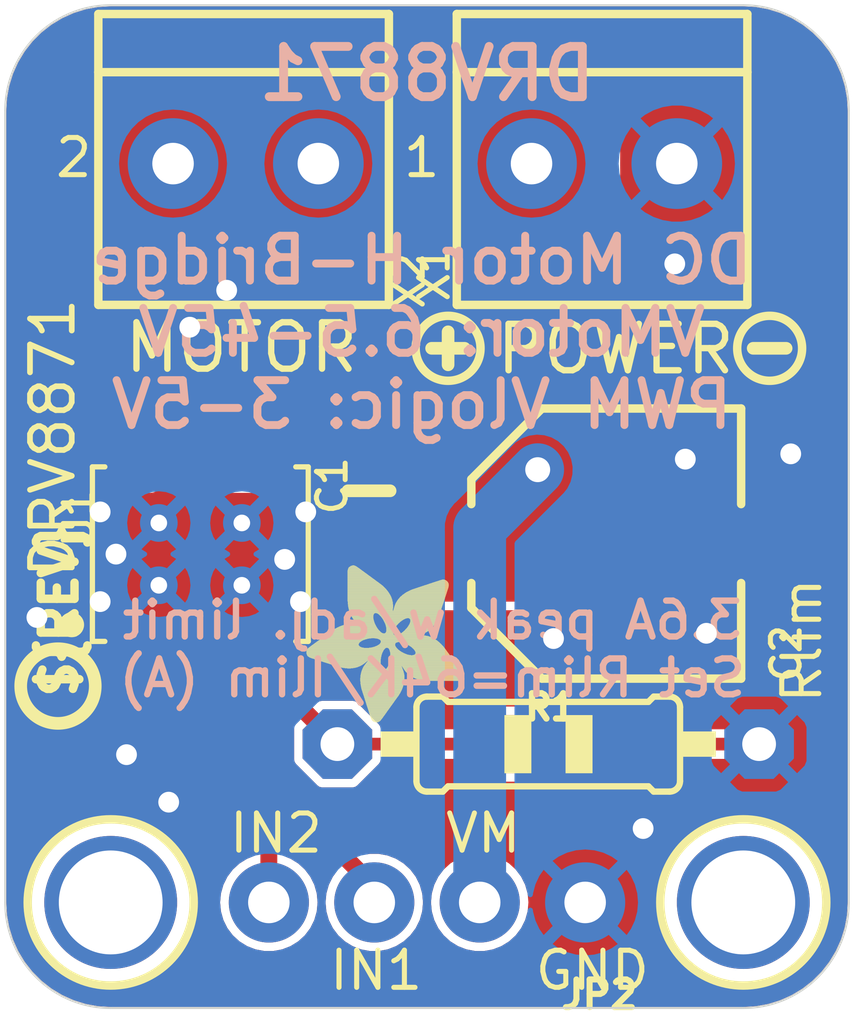
<source format=kicad_pcb>
(kicad_pcb (version 20221018) (generator pcbnew)
  (layers (0 "F.Cu" signal) (31 "B.Cu" signal) (34 "B.Paste" user) (35 "F.Paste" user) (36 "B.SilkS" user "B.Silkscreen") (37 "F.SilkS" user "F.Silkscreen") (38 "B.Mask" user) (39 "F.Mask" user) (44 "Edge.Cuts" user))
  (net 0 "")
  (net 1 "GND")
  (net 2 "N$1")
  (net 3 "OUT2")
  (net 4 "OUT1")
  (net 5 "IN2")
  (net 6 "IN1")
  (net 7 "VMOTOR")
  (footprint "working:MOUNTINGHOLE_2.5_PLATED" (layer "F.Cu") (at 156.1211 114.5286 90)
    (fp_text reference "U$10" hide)
    (fp_text value "MOUNTINGHOLE2.5" hide)
    (pad "P$1" thru_hole circle (at 0 0 90) (size 3.2 3.2) (drill 2.5) (layers "*.Cu" "*.Mask"))
    (zone (net 0) (net_name "") (layer "F.Cu") (connect_pads (clearance 0)) (min_thickness 0.25)
      (keepout (tracks not_allowed) (vias not_allowed) (pads not_allowed) (copperpour not_allowed) (footprints allowed))
      (fill (thermal_gap 0.5) (thermal_bridge_width 0.5))
      (polygon (pts (xy 156.1211 112.5126) (xy 155.840527 112.53222) (xy 155.565415 112.590696) (xy 155.301119 112.686892) (xy 155.052783 112.818935) (xy 154.82524 112.984254) (xy 154.62292 113.179633) (xy 154.44976 113.401267) (xy 154.309131 113.644844) (xy 154.20377 113.905622) (xy 154.135728 114.178525) (xy 154.106328 114.458243) (xy 154.116144 114.739329) (xy 154.164984 115.016315) (xy 154.251897 115.283807) (xy 154.375193 115.5366) (xy 154.53247 115.769774) (xy 154.720669 115.978789) (xy 154.936125 116.159578) (xy 155.174645 116.308622) (xy 155.431587 116.42302) (xy 155.70195 116.500546) (xy 155.980471 116.539689) (xy 156.261729 116.539689) (xy 156.54025 116.500546) (xy 156.810613 116.42302) (xy 157.067555 116.308622) (xy 157.306075 116.159578) (xy 157.521531 115.978789) (xy 157.70973 115.769774) (xy 157.867007 115.5366) (xy 157.990303 115.283807) (xy 158.077216 115.016315) (xy 158.126056 114.739329) (xy 158.135872 114.458243) (xy 158.106472 114.178525) (xy 158.03843 113.905622) (xy 157.933069 113.644844) (xy 157.79244 113.401267) (xy 157.61928 113.179633) (xy 157.41696 112.984254) (xy 157.189417 112.818935) (xy 156.941081 112.686892) (xy 156.676785 112.590696) (xy 156.401673 112.53222)))
      (polygon (pts (xy 156.1211 114.5446) (xy 156.132414 114.539914) (xy 156.1371 114.5286) (xy 156.132414 114.517286) (xy 156.1211 114.5126) (xy 156.109786 114.517286) (xy 156.1051 114.5286) (xy 156.109786 114.539914)))
    )
    (zone (net 0) (net_name "") (layer "B.Cu") (connect_pads (clearance 0)) (min_thickness 0.25)
      (keepout (tracks not_allowed) (vias not_allowed) (pads not_allowed) (copperpour not_allowed) (footprints allowed))
      (fill (thermal_gap 0.5) (thermal_bridge_width 0.5))
      (polygon (pts (xy 156.1211 112.5126) (xy 155.840527 112.53222) (xy 155.565415 112.590696) (xy 155.301119 112.686892) (xy 155.052783 112.818935) (xy 154.82524 112.984254) (xy 154.62292 113.179633) (xy 154.44976 113.401267) (xy 154.309131 113.644844) (xy 154.20377 113.905622) (xy 154.135728 114.178525) (xy 154.106328 114.458243) (xy 154.116144 114.739329) (xy 154.164984 115.016315) (xy 154.251897 115.283807) (xy 154.375193 115.5366) (xy 154.53247 115.769774) (xy 154.720669 115.978789) (xy 154.936125 116.159578) (xy 155.174645 116.308622) (xy 155.431587 116.42302) (xy 155.70195 116.500546) (xy 155.980471 116.539689) (xy 156.261729 116.539689) (xy 156.54025 116.500546) (xy 156.810613 116.42302) (xy 157.067555 116.308622) (xy 157.306075 116.159578) (xy 157.521531 115.978789) (xy 157.70973 115.769774) (xy 157.867007 115.5366) (xy 157.990303 115.283807) (xy 158.077216 115.016315) (xy 158.126056 114.739329) (xy 158.135872 114.458243) (xy 158.106472 114.178525) (xy 158.03843 113.905622) (xy 157.933069 113.644844) (xy 157.79244 113.401267) (xy 157.61928 113.179633) (xy 157.41696 112.984254) (xy 157.189417 112.818935) (xy 156.941081 112.686892) (xy 156.676785 112.590696) (xy 156.401673 112.53222)))
      (polygon (pts (xy 156.1211 114.5446) (xy 156.132414 114.539914) (xy 156.1371 114.5286) (xy 156.132414 114.517286) (xy 156.1211 114.5126) (xy 156.109786 114.517286) (xy 156.1051 114.5286) (xy 156.109786 114.539914)))
    )
  )
  (footprint "working:ADAFRUIT_3.5MM" (layer "F.Cu") (at 149.3901 106.4006 180)
    (fp_text reference "U$14" hide)
    (fp_text value "" hide)
  )
  (footprint "working:PCBFEAT-REV-040" (layer "F.Cu") (at 139.6111 109.3216 90)
    (fp_text reference "U$15" hide)
    (fp_text value "" hide)
    (fp_text user "${REV}" (at -0.3556 0.508 90) (layer "F.SilkS") (effects (font (size 0.8128 0.8128) (thickness 0.2032)) (justify left bottom)))
  )
  (footprint "working:MOUNTINGHOLE_2.5_PLATED" (layer "F.Cu") (at 140.8811 114.5286 90)
    (fp_text reference "U$9" hide)
    (fp_text value "MOUNTINGHOLE2.5" hide)
    (pad "P$1" thru_hole circle (at 0 0 90) (size 3.2 3.2) (drill 2.5) (layers "*.Cu" "*.Mask"))
    (zone (net 0) (net_name "") (layer "F.Cu") (connect_pads (clearance 0)) (min_thickness 0.25)
      (keepout (tracks not_allowed) (vias not_allowed) (pads not_allowed) (copperpour not_allowed) (footprints allowed))
      (fill (thermal_gap 0.5) (thermal_bridge_width 0.5))
      (polygon (pts (xy 140.8811 112.5126) (xy 140.600527 112.53222) (xy 140.325415 112.590696) (xy 140.061119 112.686892) (xy 139.812783 112.818935) (xy 139.58524 112.984254) (xy 139.38292 113.179633) (xy 139.20976 113.401267) (xy 139.069131 113.644844) (xy 138.96377 113.905622) (xy 138.895728 114.178525) (xy 138.866328 114.458243) (xy 138.876144 114.739329) (xy 138.924984 115.016315) (xy 139.011897 115.283807) (xy 139.135193 115.5366) (xy 139.29247 115.769774) (xy 139.480669 115.978789) (xy 139.696125 116.159578) (xy 139.934645 116.308622) (xy 140.191587 116.42302) (xy 140.46195 116.500546) (xy 140.740471 116.539689) (xy 141.021729 116.539689) (xy 141.30025 116.500546) (xy 141.570613 116.42302) (xy 141.827555 116.308622) (xy 142.066075 116.159578) (xy 142.281531 115.978789) (xy 142.46973 115.769774) (xy 142.627007 115.5366) (xy 142.750303 115.283807) (xy 142.837216 115.016315) (xy 142.886056 114.739329) (xy 142.895872 114.458243) (xy 142.866472 114.178525) (xy 142.79843 113.905622) (xy 142.693069 113.644844) (xy 142.55244 113.401267) (xy 142.37928 113.179633) (xy 142.17696 112.984254) (xy 141.949417 112.818935) (xy 141.701081 112.686892) (xy 141.436785 112.590696) (xy 141.161673 112.53222)))
      (polygon (pts (xy 140.8811 114.5446) (xy 140.892414 114.539914) (xy 140.8971 114.5286) (xy 140.892414 114.517286) (xy 140.8811 114.5126) (xy 140.869786 114.517286) (xy 140.8651 114.5286) (xy 140.869786 114.539914)))
    )
    (zone (net 0) (net_name "") (layer "B.Cu") (connect_pads (clearance 0)) (min_thickness 0.25)
      (keepout (tracks not_allowed) (vias not_allowed) (pads not_allowed) (copperpour not_allowed) (footprints allowed))
      (fill (thermal_gap 0.5) (thermal_bridge_width 0.5))
      (polygon (pts (xy 140.8811 112.5126) (xy 140.600527 112.53222) (xy 140.325415 112.590696) (xy 140.061119 112.686892) (xy 139.812783 112.818935) (xy 139.58524 112.984254) (xy 139.38292 113.179633) (xy 139.20976 113.401267) (xy 139.069131 113.644844) (xy 138.96377 113.905622) (xy 138.895728 114.178525) (xy 138.866328 114.458243) (xy 138.876144 114.739329) (xy 138.924984 115.016315) (xy 139.011897 115.283807) (xy 139.135193 115.5366) (xy 139.29247 115.769774) (xy 139.480669 115.978789) (xy 139.696125 116.159578) (xy 139.934645 116.308622) (xy 140.191587 116.42302) (xy 140.46195 116.500546) (xy 140.740471 116.539689) (xy 141.021729 116.539689) (xy 141.30025 116.500546) (xy 141.570613 116.42302) (xy 141.827555 116.308622) (xy 142.066075 116.159578) (xy 142.281531 115.978789) (xy 142.46973 115.769774) (xy 142.627007 115.5366) (xy 142.750303 115.283807) (xy 142.837216 115.016315) (xy 142.886056 114.739329) (xy 142.895872 114.458243) (xy 142.866472 114.178525) (xy 142.79843 113.905622) (xy 142.693069 113.644844) (xy 142.55244 113.401267) (xy 142.37928 113.179633) (xy 142.17696 112.984254) (xy 141.949417 112.818935) (xy 141.701081 112.686892) (xy 141.436785 112.590696) (xy 141.161673 112.53222)))
      (polygon (pts (xy 140.8811 114.5446) (xy 140.892414 114.539914) (xy 140.8971 114.5286) (xy 140.892414 114.517286) (xy 140.8811 114.5126) (xy 140.869786 114.517286) (xy 140.8651 114.5286) (xy 140.869786 114.539914)))
    )
  )
  (footprint "working:HSOP8" (layer "F.Cu") (at 143.0401 106.1466)
    (fp_text reference "U1" (at -2.927 -0.097 90) (layer "F.SilkS") (effects (font (size 0.692831 0.692831) (thickness 0.119969)) (justify left)))
    (fp_text value "DRV8871")
    (pad "1" smd rect (at -1.905 2.875 90) (size 2.15 0.45) (layers "F.Cu" "F.Paste" "F.Mask") (net 1 "GND"))
    (pad "2" smd rect (at -0.635 2.875 90) (size 2.15 0.45) (layers "F.Cu" "F.Paste" "F.Mask") (net 5 "IN2"))
    (pad "3" smd rect (at 0.635 2.875 90) (size 2.15 0.45) (layers "F.Cu" "F.Paste" "F.Mask") (net 6 "IN1"))
    (pad "4" smd rect (at 1.905 2.875 90) (size 2.15 0.45) (layers "F.Cu" "F.Paste" "F.Mask") (net 2 "N$1"))
    (pad "5" smd rect (at 1.905 -2.875 90) (size 2.15 0.45) (layers "F.Cu" "F.Paste" "F.Mask") (net 7 "VMOTOR"))
    (pad "6" smd rect (at 0.635 -2.875 90) (size 2.15 0.45) (layers "F.Cu" "F.Paste" "F.Mask") (net 4 "OUT1"))
    (pad "7" smd rect (at -0.635 -2.875 90) (size 2.15 0.45) (layers "F.Cu" "F.Paste" "F.Mask") (net 1 "GND"))
    (pad "8" smd rect (at -1.905 -2.875 90) (size 2.15 0.45) (layers "F.Cu" "F.Paste" "F.Mask") (net 3 "OUT2"))
    (pad "GND" smd rect (at 0 0 90) (size 2.95 4.9) (layers "F.Cu") (net 1 "GND"))
    (pad "P$1" thru_hole circle (at -1 -0.75) (size 0.908 0.908) (drill 0.4) (layers "*.Cu" "*.Mask") (net 1 "GND"))
    (pad "P$2" thru_hole circle (at -1 0.75) (size 0.908 0.908) (drill 0.4) (layers "*.Cu" "*.Mask") (net 1 "GND"))
    (pad "P$3" thru_hole circle (at 1 0.75) (size 0.908 0.908) (drill 0.4) (layers "*.Cu" "*.Mask") (net 1 "GND"))
    (pad "P$4" thru_hole circle (at 1 -0.75) (size 0.908 0.908) (drill 0.4) (layers "*.Cu" "*.Mask") (net 1 "GND"))
  )
  (footprint "working:1X04_ROUND_76" (layer "F.Cu") (at 148.5011 114.5286 180)
    (fp_text reference "JP2" (at -5.1562 -1.8288 180) (layer "F.SilkS") (effects (font (size 0.666496 0.666496) (thickness 0.146304)) (justify right top)))
    (fp_text value "")
    (pad "1" thru_hole circle (at -3.81 0 270) (size 1.9304 1.9304) (drill 1) (layers "*.Cu" "*.Mask") (net 1 "GND"))
    (pad "2" thru_hole circle (at -1.27 0 270) (size 1.9304 1.9304) (drill 1) (layers "*.Cu" "*.Mask") (net 7 "VMOTOR"))
    (pad "3" thru_hole circle (at 1.27 0 270) (size 1.9304 1.9304) (drill 1) (layers "*.Cu" "*.Mask") (net 6 "IN1"))
    (pad "4" thru_hole circle (at 3.81 0 270) (size 1.9304 1.9304) (drill 1) (layers "*.Cu" "*.Mask") (net 5 "IN2"))
  )
  (footprint "working:SYMBOL_PLUS" (layer "F.Cu") (at 149.0091 101.1936 90)
    (fp_text reference "U$11" hide)
    (fp_text value "" hide)
  )
  (footprint "working:TERMBLOCK_1X2-3.5MM" (layer "F.Cu") (at 144.1831 96.7486 180)
    (fp_text reference "X1" (at -4.492 -3.381 90) (layer "F.SilkS") (effects (font (size 0.692831 0.692831) (thickness 0.119969)) (justify left)))
    (fp_text value "DCMOTOR")
    (pad "1" thru_hole circle (at 1.8 0 180) (size 2.1844 2.1844) (drill 1) (layers "*.Cu" "*.Mask") (net 3 "OUT2"))
    (pad "2" thru_hole circle (at -1.7 0 180) (size 2.1844 2.1844) (drill 1) (layers "*.Cu" "*.Mask") (net 4 "OUT1"))
  )
  (footprint "working:SYMBOL_MINUS" (layer "F.Cu") (at 156.7561 101.1936 180)
    (fp_text reference "U$12" hide)
    (fp_text value "" hide)
  )
  (footprint "working:PANASONIC_D" (layer "F.Cu") (at 152.8191 105.8926 180)
    (fp_text reference "C2" (at -4.334 -3.401 90) (layer "F.SilkS") (effects (font (size 0.692831 0.692831) (thickness 0.119969)) (justify left)))
    (fp_text value "22uF/63V")
    (pad "+" smd rect (at 2.654 0 180) (size 3.556 1.4) (layers "F.Cu" "F.Paste" "F.Mask") (net 7 "VMOTOR"))
    (pad "-" smd rect (at -2.654 0 180) (size 3.556 1.4) (layers "F.Cu" "F.Paste" "F.Mask") (net 1 "GND"))
  )
  (footprint "working:0805-NO" (layer "F.Cu") (at 147.1041 104.6226 -90)
    (fp_text reference "C1" (at 0.635 0.889 90) (layer "F.SilkS") (effects (font (size 0.692831 0.692831) (thickness 0.119969)) (justify left)))
    (fp_text value "0.1uF/50V")
    (pad "1" smd rect (at -0.95 0 270) (size 1.24 1.5) (layers "F.Cu" "F.Paste" "F.Mask") (net 7 "VMOTOR"))
    (pad "2" smd rect (at 0.95 0 270) (size 1.24 1.5) (layers "F.Cu" "F.Paste" "F.Mask") (net 1 "GND"))
  )
  (footprint "working:FIDUCIAL_1MM" (layer "F.Cu") (at 157.3911 95.4786 90)
    (fp_text reference "FID1" hide)
    (fp_text value "FIDUCIAL\"\"" hide)
    (pad "1" smd roundrect (at 0 0 90) (size 1 1) (layers "F.Cu" "F.Mask") (roundrect_rratio 0.5))
  )
  (footprint "working:0805-THM" (layer "F.Cu") (at 151.4221 110.7186 180)
    (fp_text reference "R1" (at 0.635 0.889) (layer "F.SilkS") (effects (font (size 0.60706 0.60706) (thickness 0.20574)) (justify left)))
    (fp_text value "30K")
    (fp_line (start -4.5 0) (end -1.1 0) (stroke (width 0.3048)) (layer "F.Cu"))
    (fp_line (start 1 0) (end 5.1 0) (stroke (width 0.3048)) (layer "F.Cu"))
    (fp_poly (pts (xy -1.6254 0.7) (xy -0.4254 0.7) (xy -0.4254 -0.7) (xy -1.6254 -0.7)) (fill solid) (layer "F.Cu"))
    (fp_poly (pts (xy 0.4254 0.7) (xy 1.6254 0.7) (xy 1.6254 -0.7) (xy 0.4254 -0.7)) (fill solid) (layer "F.Cu"))
    (pad "1" thru_hole roundrect (at -5.08 0 180) (size 1.6764 1.6764) (drill 0.8128) (layers "*.Cu" "*.Mask") (chamfer_ratio 0.2928932188) (chamfer top_left top_right bottom_left bottom_right) (net 1 "GND"))
    (pad "2" thru_hole roundrect (at 5.08 0 180) (size 1.6764 1.6764) (drill 0.8128) (layers "*.Cu" "*.Mask") (chamfer_ratio 0.2928932188) (chamfer top_left top_right bottom_left bottom_right) (net 2 "N$1"))
  )
  (footprint "working:TERMBLOCK_1X2-3.5MM" (layer "F.Cu") (at 152.8191 96.7486 180)
    (fp_text reference "X2" (at 4.746 -2.08 90) (layer "F.SilkS") (effects (font (size 0.692831 0.692831) (thickness 0.119969)) (justify right)))
    (fp_text value "POWER")
    (pad "1" thru_hole circle (at 1.8 0 180) (size 2.1844 2.1844) (drill 1) (layers "*.Cu" "*.Mask") (net 7 "VMOTOR"))
    (pad "2" thru_hole circle (at -1.7 0 180) (size 2.1844 2.1844) (drill 1) (layers "*.Cu" "*.Mask") (net 1 "GND"))
  )
  (footprint "working:FIDUCIAL_1MM" (layer "F.Cu") (at 139.7381 111.6076 90)
    (fp_text reference "FID2" hide)
    (fp_text value "FIDUCIAL\"\"" hide)
    (pad "1" smd roundrect (at 0 0 90) (size 1 1) (layers "F.Cu" "F.Mask") (roundrect_rratio 0.5))
  )
  (gr_line (start 140.8811 92.9386) (end 156.1211 92.9386) (stroke (width 0.05)) (layer "Edge.Cuts"))
  (gr_arc (start 158.6611 114.5286) (mid 157.917151 116.324651) (end 156.1211 117.0686) (stroke (width 0.05)) (layer "Edge.Cuts"))
  (gr_arc (start 138.3411 95.4786) (mid 139.085049 93.682549) (end 140.8811 92.9386) (stroke (width 0.05)) (layer "Edge.Cuts"))
  (gr_line (start 158.6611 95.4786) (end 158.6611 114.5286) (stroke (width 0.05)) (layer "Edge.Cuts"))
  (gr_arc (start 140.8811 117.0686) (mid 139.085049 116.324651) (end 138.3411 114.5286) (stroke (width 0.05)) (layer "Edge.Cuts"))
  (gr_arc (start 156.1211 92.9386) (mid 157.917151 93.682549) (end 158.6611 95.4786) (stroke (width 0.05)) (layer "Edge.Cuts"))
  (gr_line (start 138.3411 114.5286) (end 138.3411 95.4786) (stroke (width 0.05)) (layer "Edge.Cuts"))
  (gr_line (start 156.1211 117.0686) (end 140.8811 117.0686) (stroke (width 0.05)) (layer "Edge.Cuts"))
  (gr_text "3.6A peak w/adj. limit\nSet Rlim=64K/Ilim (A)" (at 148.6281 108.4326) (layer "B.SilkS") (effects (font (size 0.8636 0.8636) (thickness 0.1524)) (justify mirror)))
  (gr_text "DRV8871" (at 148.5011 94.5896) (layer "B.SilkS") (effects (font (size 1.20904 1.20904) (thickness 0.21336)) (justify mirror)))
  (gr_text "DC Motor H-Bridge\nVMotor: 6.5-45V\nPWM Vlogic: 3-5V" (at 148.3741 100.8126) (layer "B.SilkS") (effects (font (size 1.0795 1.0795) (thickness 0.1905)) (justify mirror)))
  (gr_text "IN2" (at 143.6751 113.3856) (layer "F.SilkS") (effects (font (size 0.89408 0.89408) (thickness 0.12192)) (justify left bottom)))
  (gr_text "POWER" (at 155.9941 100.5586) (layer "F.SilkS") (effects (font (size 1.1176 1.1176) (thickness 0.1524)) (justify right top)))
  (gr_text "MOTOR" (at 141.1351 101.8286) (layer "F.SilkS") (effects (font (size 1.1176 1.1176) (thickness 0.1524)) (justify left bottom)))
  (gr_text "Rlim" (at 157.0101 106.6546 90) (layer "F.SilkS") (effects (font (size 0.89408 0.89408) (thickness 0.12192)) (justify right top)))
  (gr_text "1" (at 147.8661 97.1296) (layer "F.SilkS") (effects (font (size 0.89408 0.89408) (thickness 0.12192)) (justify left bottom)))
  (gr_text "GND" (at 151.0411 116.6876) (layer "F.SilkS") (effects (font (size 0.89408 0.89408) (thickness 0.12192)) (justify left bottom)))
  (gr_text "VM" (at 148.8821 113.3856) (layer "F.SilkS") (effects (font (size 0.89408 0.89408) (thickness 0.12192)) (justify left bottom)))
  (gr_text "2" (at 139.4841 97.1296) (layer "F.SilkS") (effects (font (size 0.89408 0.89408) (thickness 0.12192)) (justify left bottom)))
  (gr_text "IN1" (at 146.0881 116.6876) (layer "F.SilkS") (effects (font (size 0.89408 0.89408) (thickness 0.12192)) (justify left bottom)))
  (gr_text "DRV8871" (at 139.4841 103.3526 90) (layer "F.SilkS") (effects (font (size 1.00584 1.00584) (thickness 0.13716))))
  (via (at 145.5801 105.1306) (size 0.9064) (drill 0.5) (layers "F.Cu" "B.Cu") (net 1))
  (via (at 142.7861 100.6856) (size 0.9064) (drill 0.5) (layers "F.Cu" "B.Cu") (net 1))
  (via (at 151.5491 108.1786) (size 0.9064) (drill 0.5) (layers "F.Cu" "B.Cu") (net 1))
  (via (at 143.6751 99.7966) (size 0.9064) (drill 0.5) (layers "F.Cu" "B.Cu") (net 1))
  (via (at 145.0721 106.2736) (size 0.9064) (drill 0.5) (layers "F.Cu" "B.Cu") (net 1))
  (via (at 141.2621 110.9726) (size 0.9064) (drill 0.5) (layers "F.Cu" "B.Cu") (net 1))
  (via (at 142.2781 112.1156) (size 0.9064) (drill 0.5) (layers "F.Cu" "B.Cu") (net 1))
  (via (at 145.4531 107.2896) (size 0.9064) (drill 0.5) (layers "F.Cu" "B.Cu") (net 1))
  (via (at 140.6271 105.1306) (size 0.9064) (drill 0.5) (layers "F.Cu" "B.Cu") (net 1))
  (via (at 139.1031 107.6706) (size 0.9064) (drill 0.5) (layers "F.Cu" "B.Cu") (net 1))
  (via (at 155.2321 108.0516) (size 0.9064) (drill 0.5) (layers "F.Cu" "B.Cu") (net 1))
  (via (at 140.6271 107.2896) (size 0.9064) (drill 0.5) (layers "F.Cu" "B.Cu") (net 1))
  (via (at 154.7241 103.8606) (size 0.9064) (drill 0.5) (layers "F.Cu" "B.Cu") (net 1))
  (via (at 153.7081 112.7506) (size 0.9064) (drill 0.5) (layers "F.Cu" "B.Cu") (net 1))
  (via (at 141.0081 106.1466) (size 0.9064) (drill 0.5) (layers "F.Cu" "B.Cu") (net 1))
  (via (at 157.2641 103.7336) (size 0.9064) (drill 0.5) (layers "F.Cu" "B.Cu") (net 1))
  (via (at 154.4701 99.1616) (size 0.9064) (drill 0.5) (layers "F.Cu" "B.Cu") (net 1))
  (segment (start 144.9451 109.0216) (end 144.9451 109.3216) (width 0.4064) (layer "F.Cu") (net 2))
  (segment (start 144.9451 109.3216) (end 146.3421 110.7186) (width 0.4064) (layer "F.Cu") (net 2))
  (segment (start 144.6911 113.1316) (end 142.4051 110.9726) (width 0.4064) (layer "F.Cu") (net 5))
  (segment (start 144.6911 114.5286) (end 144.6911 113.1316) (width 0.4064) (layer "F.Cu") (net 5))
  (segment (start 142.4051 110.9726) (end 142.4051 109.0216) (width 0.4064) (layer "F.Cu") (net 5))
  (segment (start 147.2311 114.1476) (end 143.6751 110.5916) (width 0.4064) (layer "F.Cu") (net 6))
  (segment (start 147.2311 114.5286) (end 147.2311 114.1476) (width 0.4064) (layer "F.Cu") (net 6))
  (segment (start 143.6751 110.5916) (end 143.6751 109.0216) (width 0.4064) (layer "F.Cu") (net 6))
  (segment (start 151.1681 104.1146) (end 151.1681 104.2416) (width 1.27) (layer "F.Cu") (net 7))
  (segment (start 151.1681 104.2416) (end 151.0411 104.1146) (width 1.27) (layer "F.Cu") (net 7))
  (via (at 151.1681 104.1146) (size 1.0064) (drill 0.6) (layers "F.Cu" "B.Cu") (net 7))
  (segment (start 149.7711 105.5116) (end 151.1681 104.1146) (width 1.27) (layer "B.Cu") (net 7))
  (segment (start 149.7711 114.5286) (end 149.7711 105.5116) (width 1.27) (layer "B.Cu") (net 7))
  (zone (net 1) (net_name "GND") (layer "F.Cu") (connect_pads yes (clearance 0.000001)) (min_thickness 0.127) (fill yes (thermal_gap 0.5) (thermal_bridge_width 0.5))
    (polygon (pts (xy 158.7881 117.1956) (xy 138.2141 117.1956) (xy 138.2141 92.8116) (xy 158.7881 92.8116)))
  )
  (zone (net 4) (net_name "OUT1") (layer "F.Cu") (priority 6) (connect_pads yes (clearance 0.000001)) (min_thickness 0.127) (fill yes (thermal_gap 0.5) (thermal_bridge_width 0.5))
    (polygon (pts (xy 147.3581 99.085693) (xy 144.3101 102.260694) (xy 144.3101 104.4956) (xy 143.0401 104.4956) (xy 143.0401 101.518419) (xy 144.4371 100.24842) (xy 144.4371 95.2246) (xy 147.3581 95.2246)))
  )
  (zone (net 7) (net_name "VMOTOR") (layer "F.Cu") (priority 4) (connect_pads yes (clearance 0.000001)) (min_thickness 0.127) (fill yes (thermal_gap 0.5) (thermal_bridge_width 0.5))
    (polygon (pts (xy 152.9461 106.961205) (xy 152.617705 107.2896) (xy 148.575495 107.2896) (xy 148.2471 106.961205) (xy 148.2471 104.802207) (xy 147.940494 104.4956) (xy 144.765495 104.4956) (xy 144.4371 104.167205) (xy 144.4371 101.902995) (xy 144.638495 101.7016) (xy 147.178494 101.7016) (xy 149.0091 99.870994) (xy 149.0091 94.5896) (xy 152.9461 94.5896)))
  )
  (zone (net 3) (net_name "OUT2") (layer "F.Cu") (priority 6) (connect_pads yes (clearance 0.000001)) (min_thickness 0.127) (fill yes (thermal_gap 0.5) (thermal_bridge_width 0.5))
    (polygon (pts (xy 143.9291 98.584229) (xy 141.8971 100.362229) (xy 141.8971 104.8766) (xy 140.6271 104.8766) (xy 140.6271 95.2246) (xy 143.9291 95.2246)))
  )
  (zone (net 1) (net_name "GND") (layer "B.Cu") (connect_pads (clearance 0.000001)) (min_thickness 0.127) (fill yes (thermal_gap 0.304) (thermal_bridge_width 0.304))
    (polygon (pts (xy 158.7881 117.1956) (xy 138.2141 117.1956) (xy 138.2141 92.8116) (xy 158.7881 92.8116)))
  )
)
</source>
